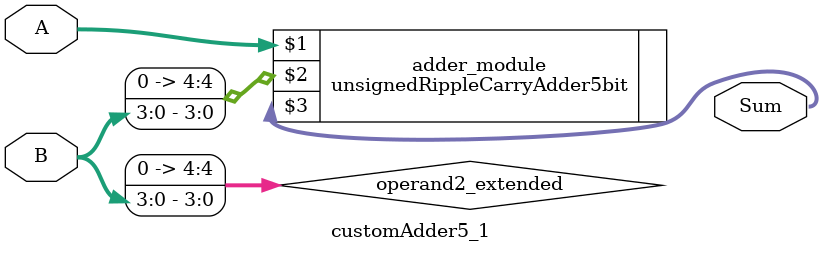
<source format=v>

module customAdder5_1(
                    input [4 : 0] A,
                    input [3 : 0] B,
                    
                    output [5 : 0] Sum
            );

    wire [4 : 0] operand2_extended;
    
    assign operand2_extended =  {1'b0, B};
    
    unsignedRippleCarryAdder5bit adder_module(
        A,
        operand2_extended,
        Sum
    );
    
endmodule
        
</source>
